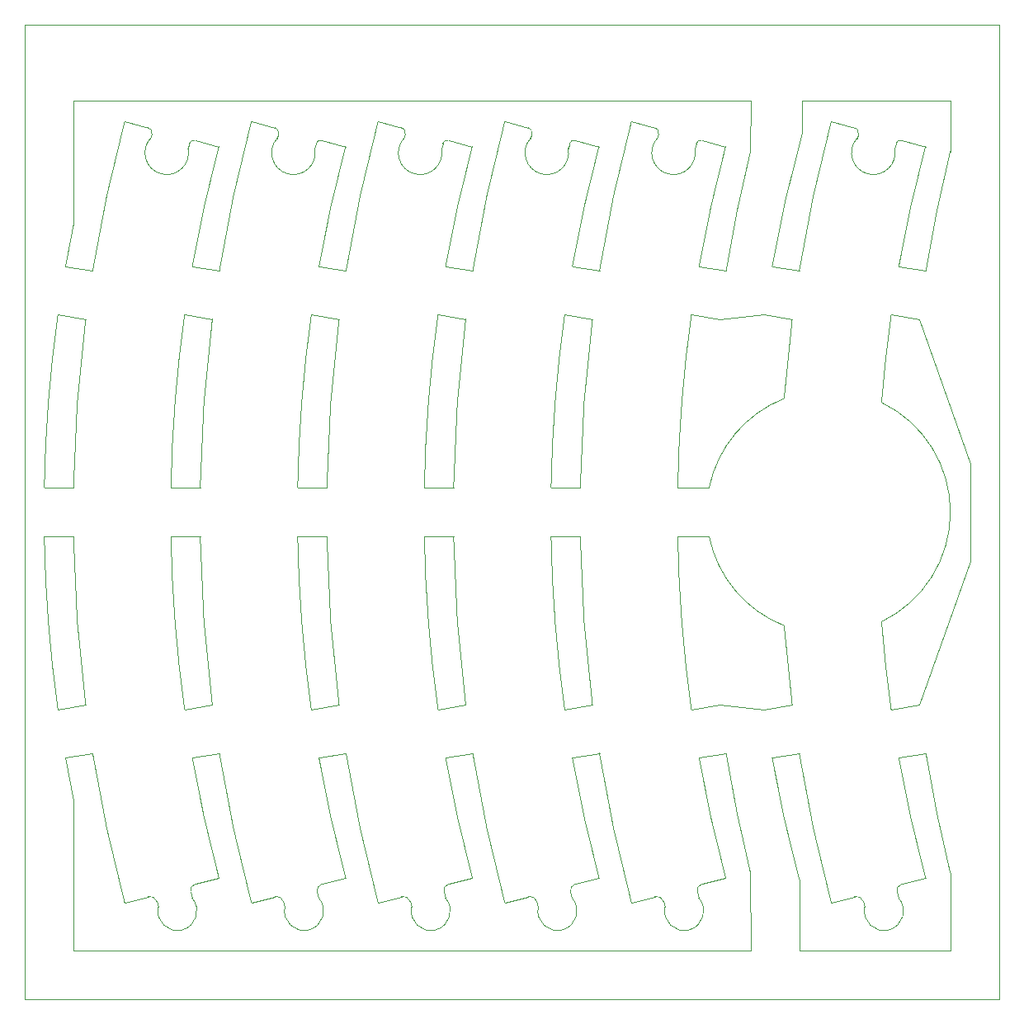
<source format=gm1>
G04 #@! TF.GenerationSoftware,KiCad,Pcbnew,(5.1.10)-1*
G04 #@! TF.CreationDate,2021-11-24T21:38:53+01:00*
G04 #@! TF.ProjectId,pcb,7063622e-6b69-4636-9164-5f7063625858,rev?*
G04 #@! TF.SameCoordinates,Original*
G04 #@! TF.FileFunction,Profile,NP*
%FSLAX46Y46*%
G04 Gerber Fmt 4.6, Leading zero omitted, Abs format (unit mm)*
G04 Created by KiCad (PCBNEW (5.1.10)-1) date 2021-11-24 21:38:53*
%MOMM*%
%LPD*%
G01*
G04 APERTURE LIST*
G04 #@! TA.AperFunction,Profile*
%ADD10C,0.050000*%
G04 #@! TD*
G04 APERTURE END LIST*
D10*
X55006612Y-70601369D02*
X55000000Y-57800000D01*
X55000000Y-145000000D02*
X55006615Y-129398630D01*
X129500000Y-145000000D02*
X129482981Y-137704583D01*
X129800000Y-57800000D02*
X129809627Y-61102681D01*
X129500000Y-145000000D02*
X145000000Y-145000000D01*
X124500000Y-145000000D02*
X124477294Y-137005582D01*
X124477294Y-137005582D02*
G75*
G02*
X121983773Y-124749390I150522705J37005581D01*
G01*
X129482981Y-137704583D02*
G75*
G02*
X126699915Y-125190015I140017018J37704582D01*
G01*
X129800000Y-57800000D02*
X145000000Y-57800000D01*
X129809628Y-61102681D02*
G75*
G03*
X126699913Y-74809985I139690372J-38897319D01*
G01*
X124477294Y-62994418D02*
G75*
G03*
X121983772Y-75250610I150522706J-37005582D01*
G01*
X124500000Y-57800000D02*
X124477293Y-62994418D01*
X145000000Y-145000000D02*
X144977295Y-137005582D01*
X145000000Y-57800000D02*
X144977293Y-62994418D01*
X150000000Y-50000000D02*
X150000000Y-150000000D01*
X50000000Y-50000000D02*
X150000000Y-50000000D01*
X50000000Y-150000000D02*
X50000000Y-50000000D01*
X150000000Y-150000000D02*
X50000000Y-150000000D01*
X55000000Y-145000000D02*
X124500000Y-145000000D01*
X55000000Y-57800000D02*
X124500000Y-57800000D01*
X147000000Y-95000000D02*
X141764892Y-80200630D01*
X147000000Y-105000000D02*
X147000000Y-95000000D01*
X141764894Y-119799369D02*
X147000000Y-105000000D01*
X144977294Y-62994418D02*
G75*
G03*
X142483772Y-75250610I150522706J-37005582D01*
G01*
X144977296Y-137005582D02*
G75*
G02*
X142483774Y-124749389I150522704J37005582D01*
G01*
X141764894Y-119799369D02*
X138916066Y-120249821D01*
X137932234Y-88749992D02*
G75*
G02*
X138916167Y-79749460I144567766J-11250008D01*
G01*
X139699913Y-74809985D02*
X142483772Y-75250610D01*
X138916066Y-120249821D02*
G75*
G02*
X137932235Y-111250008I143583934J20249821D01*
G01*
X138916166Y-79749459D02*
X141764892Y-80200630D01*
X142429632Y-137505902D02*
G75*
G02*
X139699916Y-125190014I140070368J37505902D01*
G01*
X142483773Y-124749390D02*
X139699915Y-125190015D01*
X139699913Y-74809985D02*
G75*
G02*
X142429629Y-62494096I142800087J-25190015D01*
G01*
X56264894Y-119799369D02*
X53416066Y-120249819D01*
X55015330Y-97499925D02*
G75*
G02*
X56264893Y-80200631I154984670J-2500075D01*
G01*
X52016721Y-97499943D02*
G75*
G02*
X53416167Y-79749460I144983279J-2500057D01*
G01*
X54199913Y-74809985D02*
X56983772Y-75250610D01*
X53416066Y-120249819D02*
G75*
G02*
X52016721Y-102499999I143583934J20249819D01*
G01*
X56264894Y-119799369D02*
G75*
G02*
X55015330Y-102499999I153735106J19799369D01*
G01*
X60270373Y-140094095D02*
G75*
G02*
X56983774Y-124749389I149729627J40094095D01*
G01*
X53416167Y-79749460D02*
X56264893Y-80200631D01*
X55015331Y-97499925D02*
X52016721Y-97499943D01*
X55006615Y-129398630D02*
G75*
G02*
X54199916Y-125190014I141993385J29398630D01*
G01*
X56983773Y-124749390D02*
X54199915Y-125190015D01*
X52016721Y-102499999D02*
X55015330Y-102499999D01*
X56983772Y-75250610D02*
G75*
G02*
X60270371Y-59905904I153016228J-24749390D01*
G01*
X55006613Y-70601369D02*
G75*
G03*
X54199913Y-74809985I141993387J-29398631D01*
G01*
X125916066Y-120249819D02*
X121264894Y-119799369D01*
X125916166Y-79749459D02*
X121264892Y-80200630D01*
X120238247Y-102500357D02*
G75*
G03*
X127933681Y-111651228I12261753J2500357D01*
G01*
X128764894Y-119799369D02*
X125916066Y-120249819D01*
X127933681Y-88348770D02*
G75*
G02*
X128764893Y-80200631I154566319J-11651230D01*
G01*
X126699913Y-74809985D02*
X129483772Y-75250610D01*
X128764892Y-119799375D02*
G75*
G02*
X127933680Y-111651229I153735108J19799375D01*
G01*
X132770373Y-140094095D02*
G75*
G02*
X129483774Y-124749389I149729627J40094095D01*
G01*
X125916166Y-79749459D02*
X128764892Y-80200630D01*
X129483773Y-124749390D02*
X126699915Y-125190015D01*
X129483772Y-75250610D02*
G75*
G02*
X132770371Y-59905904I153016228J-24749390D01*
G01*
X121264894Y-119799369D02*
X118416066Y-120249819D01*
X117016721Y-97499943D02*
G75*
G02*
X118416167Y-79749460I144983279J-2500057D01*
G01*
X119199913Y-74809985D02*
X121983772Y-75250610D01*
X118416066Y-120249819D02*
G75*
G02*
X117016721Y-102499999I143583934J20249819D01*
G01*
X118416166Y-79749459D02*
X121264892Y-80200630D01*
X120238112Y-97500297D02*
X117016720Y-97499943D01*
X121929632Y-137505902D02*
G75*
G02*
X119199916Y-125190014I140070368J37505902D01*
G01*
X121983773Y-124749390D02*
X119199915Y-125190015D01*
X117016720Y-102500000D02*
X120238247Y-102500358D01*
X119199913Y-74809985D02*
G75*
G02*
X121929629Y-62494096I142800087J-25190015D01*
G01*
X108264894Y-119799369D02*
X105416066Y-120249819D01*
X107015330Y-97499925D02*
G75*
G02*
X108264893Y-80200631I154984670J-2500075D01*
G01*
X104016721Y-97499943D02*
G75*
G02*
X105416167Y-79749460I144983279J-2500057D01*
G01*
X106199913Y-74809985D02*
X108983772Y-75250610D01*
X105416066Y-120249819D02*
G75*
G02*
X104016721Y-102499999I143583934J20249819D01*
G01*
X108264894Y-119799369D02*
G75*
G02*
X107015330Y-102499999I153735106J19799369D01*
G01*
X112270373Y-140094095D02*
G75*
G02*
X108983774Y-124749389I149729627J40094095D01*
G01*
X105416166Y-79749459D02*
X108264892Y-80200630D01*
X107015330Y-97499925D02*
X104016721Y-97499943D01*
X108929632Y-137505902D02*
G75*
G02*
X106199916Y-125190014I140070368J37505902D01*
G01*
X108983773Y-124749390D02*
X106199915Y-125190015D01*
X104016720Y-102500000D02*
X107015329Y-102500000D01*
X108983772Y-75250610D02*
G75*
G02*
X112270371Y-59905904I153016228J-24749390D01*
G01*
X106199913Y-74809985D02*
G75*
G02*
X108929629Y-62494096I142800087J-25190015D01*
G01*
X95264894Y-119799369D02*
X92416066Y-120249819D01*
X94015330Y-97499925D02*
G75*
G02*
X95264893Y-80200631I154984670J-2500075D01*
G01*
X91016721Y-97499943D02*
G75*
G02*
X92416167Y-79749460I144983279J-2500057D01*
G01*
X93199913Y-74809985D02*
X95983772Y-75250610D01*
X92416066Y-120249819D02*
G75*
G02*
X91016721Y-102499999I143583934J20249819D01*
G01*
X95264894Y-119799369D02*
G75*
G02*
X94015330Y-102499999I153735106J19799369D01*
G01*
X99270373Y-140094095D02*
G75*
G02*
X95983774Y-124749389I149729627J40094095D01*
G01*
X92416166Y-79749459D02*
X95264892Y-80200630D01*
X94015330Y-97499925D02*
X91016720Y-97499943D01*
X95929632Y-137505902D02*
G75*
G02*
X93199916Y-125190014I140070368J37505902D01*
G01*
X95983773Y-124749390D02*
X93199915Y-125190015D01*
X91016720Y-102500000D02*
X94015329Y-102500000D01*
X95983772Y-75250610D02*
G75*
G02*
X99270371Y-59905904I153016228J-24749390D01*
G01*
X93199913Y-74809985D02*
G75*
G02*
X95929629Y-62494096I142800087J-25190015D01*
G01*
X82264894Y-119799369D02*
X79416066Y-120249819D01*
X81015330Y-97499925D02*
G75*
G02*
X82264893Y-80200631I154984670J-2500075D01*
G01*
X78016721Y-97499943D02*
G75*
G02*
X79416167Y-79749460I144983279J-2500057D01*
G01*
X80199913Y-74809985D02*
X82983772Y-75250610D01*
X79416066Y-120249819D02*
G75*
G02*
X78016721Y-102499999I143583934J20249819D01*
G01*
X82264894Y-119799369D02*
G75*
G02*
X81015330Y-102499999I153735106J19799369D01*
G01*
X86270373Y-140094095D02*
G75*
G02*
X82983774Y-124749389I149729627J40094095D01*
G01*
X79416166Y-79749459D02*
X82264892Y-80200630D01*
X81015330Y-97499925D02*
X78016720Y-97499943D01*
X82929632Y-137505902D02*
G75*
G02*
X80199916Y-125190014I140070368J37505902D01*
G01*
X82983773Y-124749390D02*
X80199915Y-125190015D01*
X78016720Y-102500000D02*
X81015329Y-102500000D01*
X82983772Y-75250610D02*
G75*
G02*
X86270371Y-59905904I153016228J-24749390D01*
G01*
X80199913Y-74809985D02*
G75*
G02*
X82929629Y-62494096I142800087J-25190015D01*
G01*
X73270373Y-140094095D02*
G75*
G02*
X69983774Y-124749389I149729627J40094095D01*
G01*
X69929632Y-137505902D02*
G75*
G02*
X67199916Y-125190014I140070368J37505902D01*
G01*
X69983773Y-124749390D02*
X67199915Y-125190015D01*
X69264894Y-119799369D02*
X66416066Y-120249819D01*
X69264894Y-119799369D02*
G75*
G02*
X68015330Y-102499999I153735106J19799369D01*
G01*
X66416066Y-120249819D02*
G75*
G02*
X65016721Y-102499999I143583934J20249819D01*
G01*
X65016720Y-102500000D02*
X68015329Y-102500000D01*
X68015330Y-97499925D02*
G75*
G02*
X69264893Y-80200631I154984670J-2500075D01*
G01*
X65016721Y-97499943D02*
G75*
G02*
X66416167Y-79749460I144983279J-2500057D01*
G01*
X66416166Y-79749459D02*
X69264892Y-80200630D01*
X67199913Y-74809985D02*
X69983772Y-75250610D01*
X68015330Y-97499925D02*
X65016720Y-97499943D01*
X118773031Y-62683564D02*
G75*
G02*
X114909330Y-61648290I-2190669J-448288D01*
G01*
X118902442Y-62200601D02*
X118773032Y-62683563D01*
X121929629Y-62494096D02*
X119514815Y-61847047D01*
X114685185Y-60552953D02*
X112270371Y-59905904D01*
X118902442Y-62200602D02*
G75*
G02*
X119514815Y-61847047I482964J-129409D01*
G01*
X114685184Y-60552953D02*
G75*
G02*
X115038739Y-61165324I-129408J-482963D01*
G01*
X114909330Y-61648290D02*
X115038739Y-61165324D01*
X119175129Y-139589829D02*
G75*
G02*
X115697800Y-140521579I-1505727J-1335207D01*
G01*
X119019842Y-139010272D02*
G75*
G02*
X119514815Y-138152953I676146J181173D01*
G01*
X115697799Y-140521578D02*
X115542506Y-139942021D01*
X114685185Y-139447047D02*
X112270371Y-140094096D01*
X119019840Y-139010274D02*
X119175131Y-139589830D01*
X114685183Y-139447050D02*
G75*
G02*
X115542506Y-139942021I181176J-676147D01*
G01*
X121929629Y-137505904D02*
X119514815Y-138152953D01*
X137932235Y-88749992D02*
G75*
G02*
X137932235Y-111250008I-5432235J-11250008D01*
G01*
X120238112Y-97500297D02*
G75*
G02*
X127933682Y-88348770I12261888J-2499703D01*
G01*
X69983772Y-75250610D02*
G75*
G02*
X73270371Y-59905904I153016228J-24749390D01*
G01*
X142429629Y-137505904D02*
X140014815Y-138152953D01*
X136197799Y-140521578D02*
X136042506Y-139942021D01*
X139519840Y-139010274D02*
X139675131Y-139589830D01*
X135185183Y-139447050D02*
G75*
G02*
X136042506Y-139942021I181176J-676147D01*
G01*
X135185185Y-139447047D02*
X132770371Y-140094096D01*
X139675129Y-139589829D02*
G75*
G02*
X136197800Y-140521579I-1505727J-1335207D01*
G01*
X139519842Y-139010272D02*
G75*
G02*
X140014815Y-138152953I676146J181173D01*
G01*
X108929629Y-137505904D02*
X106514815Y-138152953D01*
X102697799Y-140521578D02*
X102542506Y-139942021D01*
X106019840Y-139010274D02*
X106175131Y-139589830D01*
X101685183Y-139447050D02*
G75*
G02*
X102542506Y-139942021I181176J-676147D01*
G01*
X101685185Y-139447047D02*
X99270371Y-140094096D01*
X106175129Y-139589829D02*
G75*
G02*
X102697800Y-140521579I-1505727J-1335207D01*
G01*
X106019842Y-139010272D02*
G75*
G02*
X106514815Y-138152953I676146J181173D01*
G01*
X95929629Y-137505904D02*
X93514815Y-138152953D01*
X89697799Y-140521578D02*
X89542506Y-139942021D01*
X93019840Y-139010274D02*
X93175131Y-139589830D01*
X88685183Y-139447050D02*
G75*
G02*
X89542506Y-139942021I181176J-676147D01*
G01*
X88685185Y-139447047D02*
X86270371Y-140094096D01*
X93175129Y-139589829D02*
G75*
G02*
X89697800Y-140521579I-1505727J-1335207D01*
G01*
X93019842Y-139010272D02*
G75*
G02*
X93514815Y-138152953I676146J181173D01*
G01*
X82929629Y-137505904D02*
X80514815Y-138152953D01*
X76697799Y-140521578D02*
X76542506Y-139942021D01*
X80019840Y-139010274D02*
X80175131Y-139589830D01*
X75685183Y-139447050D02*
G75*
G02*
X76542506Y-139942021I181176J-676147D01*
G01*
X75685185Y-139447047D02*
X73270371Y-140094096D01*
X80175129Y-139589829D02*
G75*
G02*
X76697800Y-140521579I-1505727J-1335207D01*
G01*
X80019842Y-139010272D02*
G75*
G02*
X80514815Y-138152953I676146J181173D01*
G01*
X139402442Y-62200601D02*
X139273032Y-62683563D01*
X142429629Y-62494096D02*
X140014815Y-61847047D01*
X135409330Y-61648290D02*
X135538739Y-61165324D01*
X139273031Y-62683564D02*
G75*
G02*
X135409330Y-61648290I-2190669J-448288D01*
G01*
X135185185Y-60552953D02*
X132770371Y-59905904D01*
X139402442Y-62200602D02*
G75*
G02*
X140014815Y-61847047I482964J-129409D01*
G01*
X135185184Y-60552953D02*
G75*
G02*
X135538739Y-61165324I-129408J-482963D01*
G01*
X105902442Y-62200601D02*
X105773032Y-62683563D01*
X108929629Y-62494096D02*
X106514815Y-61847047D01*
X101909330Y-61648290D02*
X102038739Y-61165324D01*
X105773031Y-62683564D02*
G75*
G02*
X101909330Y-61648290I-2190669J-448288D01*
G01*
X101685185Y-60552953D02*
X99270371Y-59905904D01*
X105902442Y-62200602D02*
G75*
G02*
X106514815Y-61847047I482964J-129409D01*
G01*
X101685184Y-60552953D02*
G75*
G02*
X102038739Y-61165324I-129408J-482963D01*
G01*
X92902442Y-62200601D02*
X92773032Y-62683563D01*
X95929629Y-62494096D02*
X93514815Y-61847047D01*
X88909330Y-61648290D02*
X89038739Y-61165324D01*
X92773031Y-62683564D02*
G75*
G02*
X88909330Y-61648290I-2190669J-448288D01*
G01*
X88685185Y-60552953D02*
X86270371Y-59905904D01*
X92902442Y-62200602D02*
G75*
G02*
X93514815Y-61847047I482964J-129409D01*
G01*
X88685184Y-60552953D02*
G75*
G02*
X89038739Y-61165324I-129408J-482963D01*
G01*
X79902442Y-62200601D02*
X79773032Y-62683563D01*
X82929629Y-62494096D02*
X80514815Y-61847047D01*
X75909330Y-61648290D02*
X76038739Y-61165324D01*
X79773031Y-62683564D02*
G75*
G02*
X75909330Y-61648290I-2190669J-448288D01*
G01*
X75685185Y-60552953D02*
X73270371Y-59905904D01*
X79902442Y-62200602D02*
G75*
G02*
X80514815Y-61847047I482964J-129409D01*
G01*
X75685184Y-60552953D02*
G75*
G02*
X76038739Y-61165324I-129408J-482963D01*
G01*
X67175129Y-139589829D02*
G75*
G02*
X63697800Y-140521579I-1505727J-1335207D01*
G01*
X62685185Y-139447047D02*
X60270371Y-140094096D01*
X62685183Y-139447050D02*
G75*
G02*
X63542506Y-139942021I181176J-676147D01*
G01*
X63697799Y-140521578D02*
X63542506Y-139942021D01*
X67019840Y-139010274D02*
X67175131Y-139589830D01*
X67019842Y-139010272D02*
G75*
G02*
X67514815Y-138152953I676146J181173D01*
G01*
X69929629Y-137505904D02*
X67514815Y-138152953D01*
X62685185Y-60552953D02*
X60270371Y-59905904D01*
X62685184Y-60552953D02*
G75*
G02*
X63038739Y-61165324I-129408J-482963D01*
G01*
X62909330Y-61648290D02*
X63038739Y-61165324D01*
X66773031Y-62683564D02*
G75*
G02*
X62909330Y-61648290I-2190669J-448288D01*
G01*
X66902442Y-62200601D02*
X66773032Y-62683563D01*
X66902442Y-62200602D02*
G75*
G02*
X67514815Y-61847047I482964J-129409D01*
G01*
X69929629Y-62494096D02*
X67514815Y-61847047D01*
X67199913Y-74809985D02*
G75*
G02*
X69929629Y-62494096I142800087J-25190015D01*
G01*
M02*

</source>
